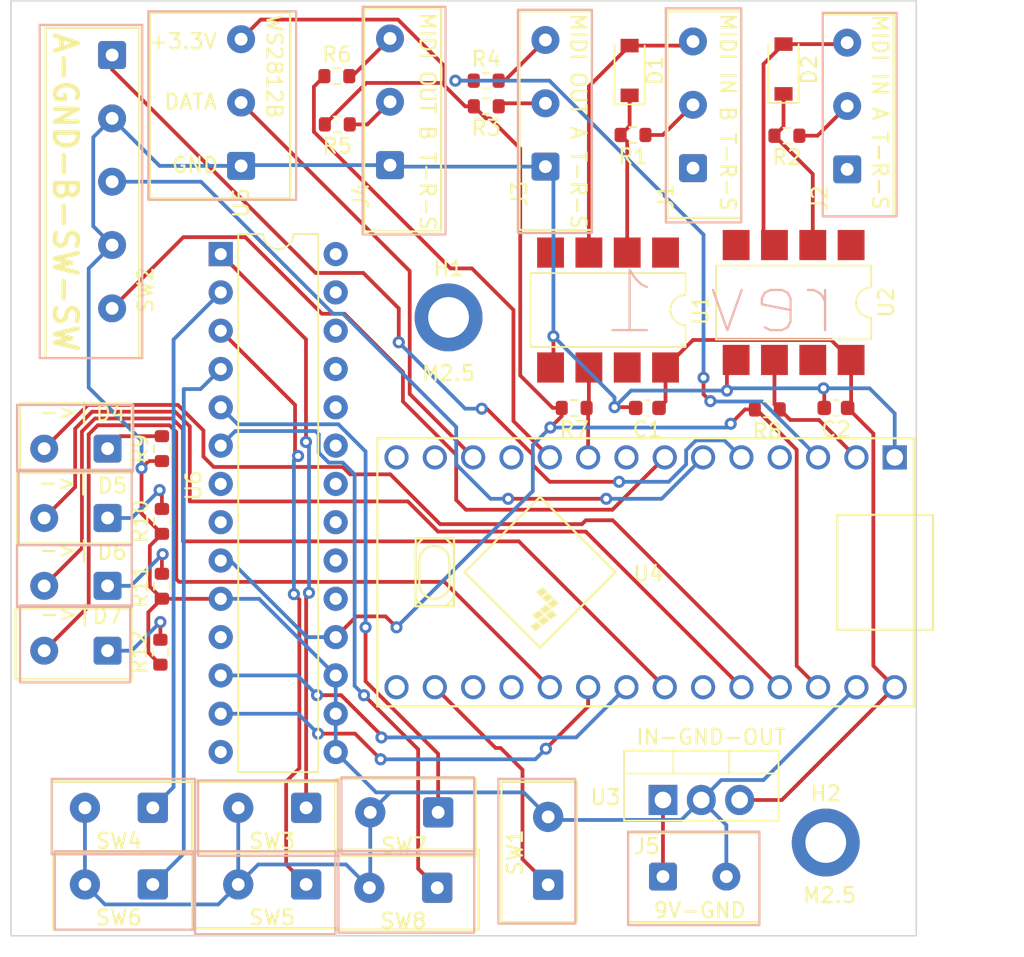
<source format=kicad_pcb>
(kicad_pcb (version 20211014) (generator pcbnew)
  (layers (0 "F.Cu" signal) (31 "B.Cu" signal) (34 "B.Paste" user) (35 "F.Paste" user) (36 "B.SilkS" user "B.Silkscreen") (37 "F.SilkS" user "F.Silkscreen") (38 "B.Mask" user) (39 "F.Mask" user) (44 "Edge.Cuts" user))
  (net 0 "")
  (net 1 "+5V")
  (net 2 "GND")
  (net 3 "Net-(D1-Pad1)")
  (net 4 "Net-(D1-Pad2)")
  (net 5 "Net-(D2-Pad1)")
  (net 6 "Net-(D2-Pad2)")
  (net 7 "+3V3")
  (net 8 "Net-(R4-Pad1)")
  (net 9 "Net-(R8-Pad1)")
  (net 10 "Net-(D4-Pad1)")
  (net 11 "Net-(D5-Pad1)")
  (net 12 "Net-(D6-Pad1)")
  (net 13 "Net-(D7-Pad1)")
  (net 16 "Net-(SW1-Pad1)")
  (net 19 "Net-(D7-Pad2)")
  (net 20 "Net-(D6-Pad2)")
  (net 21 "Net-(U4-Pad25)")
  (net 22 "Net-(U4-Pad26)")
  (net 24 "Net-(D5-Pad2)")
  (net 25 "Net-(D4-Pad2)")
  (net 28 "Net-(R6-Pad1)")
  (net 29 "Net-(R7-Pad1)")
  (net 30 "Net-(SW2-Pad1)")
  (net 31 "Net-(SW2-Pad3)")
  (net 37 "Net-(U4-Pad12)")
  (net 38 "Net-(J1-Pad2)")
  (net 39 "Net-(J2-Pad2)")
  (net 40 "Net-(J3-Pad2)")
  (net 41 "Net-(J3-Pad3)")
  (net 42 "Net-(J4-Pad2)")
  (net 43 "Net-(J4-Pad3)")
  (net 48 "Net-(J5-Pad1)")
  (net 49 "Net-(SW2-Pad5)")
  (net 50 "Net-(SW3-Pad1)")
  (net 51 "Net-(SW4-Pad1)")
  (net 52 "Net-(SW5-Pad1)")
  (net 53 "Net-(SW6-Pad1)")
  (net 69 "Net-(SW7-Pad1)")
  (net 70 "Net-(SW8-Pad1)")
  (footprint "Resistor_SMD:R_0603_1608Metric" (layer "F.Cu") (at 215.495 56.3)
    (fp_text reference "R4")
    (fp_text value "47")
  )
  (footprint "MountingHole:MountingHole_2.7mm_M2.5_ISO14580_Pad" (layer "F.Cu") (at 238 106.82)
    (fp_text reference "H2")
    (fp_text value "MountingHole")
  )
  (footprint "MountingHole:MountingHole_2.7mm_M2.5_ISO14580_Pad" (layer "F.Cu") (at 213 72)
    (fp_text reference "H1")
    (fp_text value "MountingHole")
  )
  (footprint "Connector_Wire:SolderWire-0.25sqmm_1x03_P4.2mm_D0.65mm_OD1.7mm" (layer "F.Cu") (at 209.12 61.9 90)
    (fp_text reference "J4")
    (fp_text value "MIDI OUT B")
  )
  (footprint "Resistor_SMD:R_0603_1608Metric" (layer "F.Cu") (at 194 85.525 90)
    (fp_text reference "R10")
    (fp_text value "330")
  )
  (footprint "Resistor_SMD:R_0603_1608Metric" (layer "F.Cu") (at 194 80.7 90)
    (fp_text reference "R9")
    (fp_text value "330")
  )
  (footprint "Diode_SMD:D_SOD-123" (layer "F.Cu") (at 225 55.625 90)
    (fp_text reference "D1")
    (fp_text value "1N4148")
  )
  (footprint "Resistor_SMD:R_0603_1608Metric" (layer "F.Cu") (at 234.125 78.1 180)
    (fp_text reference "R8")
    (fp_text value "470")
  )
  (footprint "Connector_Wire:SolderWire-0.25sqmm_1x03_P4.2mm_D0.65mm_OD1.7mm" (layer "F.Cu") (at 219.42 62 90)
    (fp_text reference "J3")
    (fp_text value "MIDI OUT A")
  )
  (footprint "Resistor_SMD:R_0603_1608Metric" (layer "F.Cu") (at 225.225 59.9 180)
    (fp_text reference "R1")
    (fp_text value "220")
  )
  (footprint "Resistor_SMD:R_0603_1608Metric" (layer "F.Cu") (at 205.625 59.2 180)
    (fp_text reference "R5")
    (fp_text value "47")
  )
  (footprint "Resistor_SMD:R_0603_1608Metric" (layer "F.Cu") (at 205.595 56)
    (fp_text reference "R6")
    (fp_text value "47")
  )
  (footprint "Connector_Wire:SolderWire-0.25sqmm_1x03_P4.2mm_D0.65mm_OD1.7mm" (layer "F.Cu") (at 229.2 62.1 90)
    (fp_text reference "J1")
    (fp_text value "MIDI IN B")
  )
  (footprint "clarinoid2:Teensy_LC" (layer "F.Cu") (at 226.06 88.9 180)
    (fp_text reference "U4")
    (fp_text value "Teensy-LC")
  )
  (footprint "Connector_Wire:SolderWire-0.25sqmm_1x03_P4.2mm_D0.65mm_OD1.7mm" (layer "F.Cu") (at 239.42 62.18 90)
    (fp_text reference "J2")
    (fp_text value "MIDI IN A")
  )
  (footprint "Resistor_SMD:R_0603_1608Metric" (layer "F.Cu") (at 235.425 59.95 180)
    (fp_text reference "R2")
    (fp_text value "220")
  )
  (footprint "Connector_Wire:SolderWire-0.25sqmm_1x02_P4.5mm_D0.65mm_OD2mm" (layer "F.Cu") (at 219.6 109.62 90)
    (fp_text reference "SW1")
    (fp_text value "SW_Push_SPDT")
  )
  (footprint "Connector_Wire:SolderWire-0.25sqmm_1x02_P4.2mm_D0.65mm_OD1.7mm" (layer "F.Cu") (at 190.4 80.7 180)
    (fp_text reference "D4")
    (fp_text value "LED_TX_A")
  )
  (footprint "Capacitor_SMD:C_0603_1608Metric" (layer "F.Cu") (at 226.175 78 180)
    (fp_text reference "C1")
    (fp_text value "0.1uF")
  )
  (footprint "Connector_Wire:SolderWire-0.25sqmm_1x02_P4.5mm_D0.65mm_OD2mm" (layer "F.Cu") (at 212.25 109.82 180)
    (fp_text reference "SW8")
    (fp_text value "SW_Push_SPDT")
  )
  (footprint "Package_DIP:SMDIP-8_W7.62mm" (layer "F.Cu") (at 235.87 71.01 -90)
    (fp_text reference "U2")
    (fp_text value "6N138")
  )
  (footprint "Connector_Wire:SolderWire-0.25sqmm_1x02_P4.5mm_D0.65mm_OD2mm" (layer "F.Cu") (at 203.56 104.52 180)
    (fp_text reference "SW3")
    (fp_text value "SW_Push_SPDT")
  )
  (footprint "Resistor_SMD:R_0603_1608Metric" (layer "F.Cu") (at 215.5 58 180)
    (fp_text reference "R3")
    (fp_text value "47")
  )
  (footprint "Diode_SMD:D_SOD-123" (layer "F.Cu") (at 235.2 55.525 90)
    (fp_text reference "D2")
    (fp_text value "1N4148")
  )
  (footprint "Connector_Wire:SolderWire-0.25sqmm_1x02_P4.5mm_D0.65mm_OD2mm" (layer "F.Cu") (at 212.31 104.82 180)
    (fp_text reference "SW7")
    (fp_text value "SW_Push_SPDT")
  )
  (footprint "Connector_Wire:SolderWire-0.25sqmm_1x02_P4.2mm_D0.65mm_OD1.7mm" (layer "F.Cu") (at 190.4 85.3 180)
    (fp_text reference "D5")
    (fp_text value "LED_TX_A")
  )
  (footprint "Connector_Wire:SolderWire-0.25sqmm_1x02_P4.2mm_D0.65mm_OD1.7mm" (layer "F.Cu") (at 190.4 89.8 180)
    (fp_text reference "D6")
    (fp_text value "LED_TX_A")
  )
  (footprint "Package_TO_SOT_THT:TO-220-3_Vertical" (layer "F.Cu") (at 227.21 104)
    (fp_text reference "U3")
    (fp_text value "L7805")
  )
  (footprint "Resistor_SMD:R_0603_1608Metric" (layer "F.Cu") (at 193.9 94.2 90)
    (fp_text reference "R12")
    (fp_text value "330")
  )
  (footprint "Capacitor_SMD:C_0603_1608Metric" (layer "F.Cu") (at 238.675 78 180)
    (fp_text reference "C2")
    (fp_text value "0.1uF")
  )
  (footprint "Connector_Wire:SolderWire-0.25sqmm_1x02_P4.5mm_D0.65mm_OD2mm" (layer "F.Cu") (at 193.4 104.52 180)
    (fp_text reference "SW4")
    (fp_text value "SW_Push_SPDT")
  )
  (footprint "Resistor_SMD:R_0603_1608Metric" (layer "F.Cu") (at 194 89.825 90)
    (fp_text reference "R11")
    (fp_text value "330")
  )
  (footprint "Connector_Wire:SolderWire-0.25sqmm_1x05_P4.2mm_D0.65mm_OD1.7mm" (layer "F.Cu") (at 190.7 54.6 -90)
    (fp_text reference "SW2")
    (fp_text value "RotaryEncoder_Switch")
  )
  (footprint "Connector_Wire:SolderWire-0.25sqmm_1x02_P4.5mm_D0.65mm_OD2mm" (layer "F.Cu") (at 203.56 109.6 180)
    (fp_text reference "SW5")
    (fp_text value "SW_Push_SPDT")
  )
  (footprint "Resistor_SMD:R_0603_1608Metric" (layer "F.Cu") (at 221.325 78 180)
    (fp_text reference "R7")
    (fp_text value "470")
  )
  (footprint "Connector_Wire:SolderWire-0.25sqmm_1x03_P4.2mm_D0.65mm_OD1.7mm" (layer "F.Cu") (at 199.25 61.95 90)
    (fp_text reference "U5")
    (fp_text value "WS2812")
  )
  (footprint "Connector_Wire:SolderWire-0.25sqmm_1x02_P4.2mm_D0.65mm_OD1.7mm" (layer "F.Cu") (at 190.4 94.1 180)
    (fp_text reference "D7")
    (fp_text value "LED_TX_A")
  )
  (footprint "Connector_Wire:SolderWire-0.25sqmm_1x02_P4.2mm_D0.65mm_OD1.7mm" (layer "F.Cu") (at 227.21 109.08)
    (fp_text reference "J5")
    (fp_text value "Barrel_Jack")
  )
  (footprint "Connector_Wire:SolderWire-0.25sqmm_1x02_P4.5mm_D0.65mm_OD2mm" (layer "F.Cu") (at 193.4 109.6 180)
    (fp_text reference "SW6")
    (fp_text value "SW_Push_SPDT")
  )
  (footprint "Package_DIP:DIP-28_W7.62mm" (layer "F.Cu") (at 197.9 67.8)
    (fp_text reference "U6")
    (fp_text value "MCP23017_SP")
  )
  (footprint "Package_DIP:SMDIP-8_W7.62mm" (layer "F.Cu") (at 223.57 71.51 -90)
    (fp_text reference "U1")
    (fp_text value "6N138")
  )
  (gr_rect (start 205.9 102.5) (end 214.7 107.6) (layer "B.SilkS") (width 0.15) (fill none))
  (gr_rect (start 216.3 102.6) (end 221.4 112.2) (layer "B.SilkS") (width 0.15) (fill none))
  (gr_rect (start 184.6 91.1) (end 191.9 96.2) (layer "B.SilkS") (width 0.15) (fill none))
  (gr_rect (start 184.5 82.1) (end 192 87.1) (layer "B.SilkS") (width 0.15) (fill none))
  (gr_rect (start 186.7 102.6) (end 196.2 107.6) (layer "B.SilkS") (width 0.15) (fill none))
  (gr_rect (start 184.4 77.8) (end 192.1 82.2) (layer "B.SilkS") (width 0.15) (fill none))
  (gr_rect (start 193.1 51.7) (end 202.9 64.2) (layer "B.SilkS") (width 0.15) (fill none))
  (gr_rect (start 207.3 51.4) (end 212.8 66.5) (layer "B.SilkS") (width 0.15) (fill none))
  (gr_rect (start 224.9 106.1) (end 233.6 112.3) (layer "B.SilkS") (width 0.15) (fill none))
  (gr_rect (start 196.4 102.7) (end 205.7 107.7) (layer "B.SilkS") (width 0.15) (fill none))
  (gr_rect (start 185.9 52.6) (end 192.7 74.7) (layer "B.SilkS") (width 0.15) (fill none))
  (gr_rect (start 205.7 107.4) (end 214.7 112.8) (layer "B.SilkS") (width 0.15) (fill none))
  (gr_rect (start 186.9 107.4) (end 196.1 112.6) (layer "B.SilkS") (width 0.15) (fill none))
  (gr_rect (start 217.6 51.6) (end 222.5 66.4) (layer "B.SilkS") (width 0.15) (fill none))
  (gr_rect (start 227.4 51.5) (end 232.4 65.7) (layer "B.SilkS") (width 0.15) (fill none))
  (gr_rect (start 237.8 51.8) (end 242.7 65.3) (layer "B.SilkS") (width 0.15) (fill none))
  (gr_rect (start 192 87.1) (end 184.4 91.2) (layer "B.SilkS") (width 0.15) (fill none))
  (gr_rect (start 196.2 107.4) (end 205.5 112.9) (layer "B.SilkS") (width 0.15) (fill none))
  (gr_rect (start 227.5 51.7) (end 232.4 65.4) (layer "F.SilkS") (width 0.15) (fill none))
  (gr_rect (start 205.5 107.3) (end 215 112.6) (layer "F.SilkS") (width 0.15) (fill none))
  (gr_rect (start 205.5 102.6) (end 214.8 107.7) (layer "F.SilkS") (width 0.15) (fill none))
  (gr_rect (start 186.8 107.5) (end 196.1 112.6) (layer "F.SilkS") (width 0.15) (fill none))
  (gr_rect (start 207.4 51.5) (end 212.5 66.3) (layer "F.SilkS") (width 0.15) (fill none))
  (gr_rect (start 184.6 77.7) (end 192 82.3) (layer "F.SilkS") (width 0.15) (fill none))
  (gr_rect (start 184.3 96) (end 192 91.3) (layer "F.SilkS") (width 0.15) (fill none))
  (gr_rect (start 196 102.8) (end 205.7 107.5) (layer "F.SilkS") (width 0.15) (fill none))
  (gr_rect (start 237.8 51.9) (end 242.5 65.3) (layer "F.SilkS") (width 0.15) (fill none))
  (gr_rect (start 184.4 87) (end 192 82.3) (layer "F.SilkS") (width 0.15) (fill none))
  (gr_rect (start 217.7 51.7) (end 222.5 66.2) (layer "F.SilkS") (width 0.15) (fill none))
  (gr_rect (start 216.5 102.8) (end 221.5 112.1) (layer "F.SilkS") (width 0.15) (fill none))
  (gr_rect (start 184.4 91.3) (end 192 87) (layer "F.SilkS") (width 0.15) (fill none))
  (gr_rect (start 193.2 51.8) (end 202.5 64.1) (layer "F.SilkS") (width 0.15) (fill none))
  (gr_rect (start 186.3 52.8) (end 192.5 74.7) (layer "F.SilkS") (width 0.15) (fill none))
  (gr_rect (start 224.9 106.2) (end 233.6 112.1) (layer "F.SilkS") (width 0.15) (fill none))
  (gr_rect (start 186.7 102.8) (end 196 107.5) (layer "F.SilkS") (width 0.15) (fill none))
  (gr_rect (start 196 107.4) (end 205.7 112.5) (layer "F.SilkS") (width 0.15) (fill none))
  (gr_rect (start 184 51) (end 244 113) (layer "Edge.Cuts") (width 0.1) (fill none))
  (gr_text "rev 1" (at 231 71) (layer "B.SilkS") (effects (font (size 4 4)) (justify mirror)))
  (gr_text "M2.5" (at 213 75.7) (layer "F.SilkS") (effects (font (size 1 1))))
  (gr_text "9V-GND" (at 229.65 111.32) (layer "F.SilkS") (effects (font (size 1 1))))
  (gr_text "|<-" (at 187.6 78.4 180) (layer "F.SilkS") (effects (font (size 1 1))))
  (gr_text "MIDI IN A T-R-S" (at 241.6 58.4 270) (layer "F.SilkS") (effects (font (size 1 1))))
  (gr_text "GND" (at 196.2 61.9) (layer "F.SilkS") (effects (font (size 1 1))))
  (gr_text "WS2812B" (at 201.45 55.35 270) (layer "F.SilkS") (effects (font (size 1 1))))
  (gr_text "DATA" (at 195.9 57.7) (layer "F.SilkS") (effects (font (size 1 1))))
  (gr_text "|<-" (at 187.55 83.1 180) (layer "F.SilkS") (effects (font (size 1 1))))
  (gr_text "+3.3V" (at 195.4 53.7) (layer "F.SilkS") (effects (font (size 1 1))))
  (gr_text "IN-GND-OUT" (at 230.4 99.82) (layer "F.SilkS") (effects (font (size 1 1))))
  (gr_text "|<-" (at 187.6 87.56 180) (layer "F.SilkS") (effects (font (size 1 1))))
  (gr_text "MIDI IN B T-R-S" (at 231.5 58.4 270) (layer "F.SilkS") (effects (font (size 1 1))))
  (gr_text "MIDI OUT B T-R-S" (at 211.6 59 270) (layer "F.SilkS") (effects (font (size 1 1))))
  (gr_text "A-GND-B-SW-SW" (at 187.6 63.7 270) (layer "F.SilkS") (effects (font (size 1.5 1.5) (thickness 0.3))))
  (gr_text "MIDI OUT A T-R-S" (at 221.6 59 270) (layer "F.SilkS") (effects (font (size 1 1))))
  (gr_text "|<-" (at 187.65 91.8 180) (layer "F.SilkS") (effects (font (size 1 1))))
  (gr_text "M2.5" (at 238.25 110.32) (layer "F.SilkS") (effects (font (size 1 1))))
  (segment (start 241.154511 79.704511) (end 241.154511 95.104511) (width 0.25) (layer "F.Cu") (net 1))
  (segment (start 239.68 77.77) (end 239.45 78) (width 0.25) (layer "F.Cu") (net 1))
  (segment (start 242.57 96.52) (end 235.09 104) (width 0.25) (layer "F.Cu") (net 1))
  (segment (start 227.38 75.32) (end 227.38 77.57) (width 0.25) (layer "F.Cu") (net 1))
  (segment (start 235.09 104) (end 232.29 104) (width 0.25) (layer "F.Cu") (net 1))
  (segment (start 227.38 77.57) (end 226.95 78) (width 0.25) (layer "F.Cu") (net 1))
  (segment (start 241.154511 95.104511) (end 242.57 96.52) (width 0.25) (layer "F.Cu") (net 1))
  (segment (start 229.204511 73.495489) (end 227.38 75.32) (width 0.25) (layer "F.Cu") (net 1))
  (segment (start 239.45 78) (end 241.154511 79.704511) (width 0.25) (layer "F.Cu") (net 1))
  (segment (start 239.68 74.82) (end 238.355489 73.495489) (width 0.25) (layer "F.Cu") (net 1))
  (segment (start 238.355489 73.495489) (end 229.204511 73.495489) (width 0.25) (layer "F.Cu") (net 1))
  (segment (start 239.68 74.82) (end 239.68 77.77) (width 0.25) (layer "F.Cu") (net 1))
  (segment (start 193.125 81.525) (end 192.65 82) (width 0.25) (layer "F.Cu") (net 2))
  (segment (start 193.20048 89.85048) (end 194 90.65) (width 0.25) (layer "F.Cu") (net 2))
  (segment (start 193.20048 87.14952) (end 193.20048 89.85048) (width 0.25) (layer "F.Cu") (net 2))
  (segment (start 219.95 73.25) (end 219.95 75.13) (width 0.25) (layer "F.Cu") (net 2))
  (segment (start 194.01 90.66) (end 194 90.65) (width 0.25) (layer "F.Cu") (net 2))
  (segment (start 232.1 74.78) (end 232.06 74.82) (width 0.25) (layer "F.Cu") (net 2))
  (segment (start 224 77.95) (end 225.35 77.95) (width 0.25) (layer "F.Cu") (net 2))
  (segment (start 225.35 77.95) (end 225.4 78) (width 0.25) (layer "F.Cu") (net 2))
  (segment (start 194 81.525) (end 193.125 81.525) (width 0.25) (layer "F.Cu") (net 2))
  (segment (start 193.10048 91.54952) (end 193.10048 94.22548) (width 0.25) (layer "F.Cu") (net 2))
  (segment (start 231.45 75.43) (end 232.06 74.82) (width 0.25) (layer "F.Cu") (net 2))
  (segment (start 231.45 76.85) (end 231.45 75.43) (width 0.25) (layer "F.Cu") (net 2))
  (segment (start 197.9 90.66) (end 194.01 90.66) (width 0.25) (layer "F.Cu") (net 2))
  (segment (start 237.9 76.75) (end 237.85 76.7) (width 0.25) (layer "F.Cu") (net 2))
  (segment (start 194 90.65) (end 193.10048 91.54952) (width 0.25) (layer "F.Cu") (net 2))
  (segment (start 194 86.35) (end 193.20048 87.14952) (width 0.25) (layer "F.Cu") (net 2))
  (segment (start 193.10048 94.22548) (end 193.9 95.025) (width 0.25) (layer "F.Cu") (net 2))
  (segment (start 192.65 82) (end 192.65 85) (width 0.25) (layer "F.Cu") (net 2))
  (segment (start 192.65 85) (end 194 86.35) (width 0.25) (layer "F.Cu") (net 2))
  (segment (start 219.95 75.13) (end 219.76 75.32) (width 0.25) (layer "F.Cu") (net 2))
  (segment (start 237.9 78) (end 237.9 76.75) (width 0.25) (layer "F.Cu") (net 2))
  (via (at 237.85 76.7) (size 0.8) (drill 0.4) (layers "F.Cu" "B.Cu") (net 2))
  (via (at 231.45 76.85) (size 0.8) (drill 0.4) (layers "F.Cu" "B.Cu") (net 2))
  (via (at 224 77.95) (size 0.8) (drill 0.4) (layers "F.Cu" "B.Cu") (net 2))
  (via (at 219.95 73.25) (size 0.8) (drill 0.4) (layers "F.Cu" "B.Cu") (net 2))
  (via (at 192.65 82) (size 0.8) (drill 0.4) (layers "F.Cu" "B.Cu") (net 2))
  (segment (start 219.95 73.25) (end 219.95 62.53) (width 0.25) (layer "B.Cu") (net 2))
  (segment (start 199.25 61.95) (end 193.85 61.95) (width 0.25) (layer "B.Cu") (net 2))
  (segment (start 205.52 95.74) (end 205.52 98.28) (width 0.25) (layer "B.Cu") (net 2))
  (segment (start 189.15 68.75) (end 189.15 76.65) (width 0.25) (layer "B.Cu") (net 2))
  (segment (start 219.95 73.25) (end 224 77.3) (width 0.25) (layer "B.Cu") (net 2))
  (segment (start 197.73548 110.92452) (end 190.22452 110.92452) (width 0.25) (layer "B.Cu") (net 2))
  (segment (start 190.7 67.2) (end 189.15 68.75) (width 0.25) (layer "B.Cu") (net 2))
  (segment (start 205.52 100.82) (end 208.19548 103.49548) (width 0.25) (layer "B.Cu") (net 2))
  (segment (start 189.450489 65.950489) (end 189.450489 60.049511) (width 0.25) (layer "B.Cu") (net 2))
  (segment (start 237.85 76.7) (end 240.9 76.7) (width 0.25) (layer "B.Cu") (net 2))
  (segment (start 231.41 105.66) (end 229.75 104) (width 0.25) (layer "B.Cu") (net 2))
  (segment (start 240.03 96.52) (end 233.87452 102.67548) (width 0.25) (layer "B.Cu") (net 2))
  (segment (start 207.81 109.76) (end 207.75 109.82) (width 0.25) (layer "B.Cu") (net 2))
  (segment (start 208.19548 103.49548) (end 209.13452 103.49548) (width 0.25) (layer "B.Cu") (net 2))
  (segment (start 199.06 104.52) (end 199.06 109.6) (width 0.25) (layer "B.Cu") (net 2))
  (segment (start 228.425489 105.324511) (end 219.804511 105.324511) (width 0.25) (layer "B.Cu") (net 2))
  (segment (start 219.95 62.53) (end 219.42 62) (width 0.25) (layer "B.Cu") (net 2))
  (segment (start 190.22452 110.92452) (end 188.9 109.6) (width 0.25) (layer "B.Cu") (net 2))
  (segment (start 231.45 76.85) (end 225.1 76.85) (width 0.25) (layer "B.Cu") (net 2))
  (segment (start 231.07452 102.67548) (end 229.75 104) (width 0.25) (layer "B.Cu") (net 2))
  (segment (start 217.97548 103.49548) (end 209.13452 103.49548) (width 0.25) (layer "B.Cu") (net 2))
  (segment (start 197.9 90.66) (end 200.44 90.66) (width 0.25) (layer "B.Cu") (net 2))
  (segment (start 205.52 98.28) (end 205.52 100.82) (width 0.25) (layer "B.Cu") (net 2))
  (segment (start 219.804511 105.324511) (end 219.6 105.12) (width 0.25) (layer "B.Cu") (net 2))
  (segment (start 209.12 61.9) (end 199.3 61.9) (width 0.25) (layer "B.Cu") (net 2))
  (segment (start 189.450489 60.049511) (end 190.7 58.8) (width 0.25) (layer "B.Cu") (net 2))
  (segment (start 209.22 62) (end 209.12 61.9) (width 0.25) (layer "B.Cu") (net 2))
  (segment (start 192.65 80.15) (end 192.65 82) (width 0.25) (layer "B.Cu") (net 2))
  (segment (start 240.9 76.7) (end 242.57 78.37) (width 0.25) (layer "B.Cu") (net 2))
  (segment (start 190.7 67.2) (end 189.450489 65.950489) (width 0.25) (layer "B.Cu") (net 2))
  (segment (start 233.87452 102.67548) (end 231.07452 102.67548) (width 0.25) (layer "B.Cu") (net 2))
  (segment (start 193.85 61.95) (end 190.7 58.8) (width 0.25) (layer "B.Cu") (net 2))
  (segment (start 199.3 61.9) (end 199.25 61.95) (width 0.25) (layer "B.Cu") (net 2))
  (segment (start 199.06 109.6) (end 197.73548 110.92452) (width 0.25) (layer "B.Cu") (net 2))
  (segment (start 200.44 90.66) (end 205.52 95.74) (width 0.25) (layer "B.Cu") (net 2))
  (segment (start 225.1 76.85) (end 224 77.95) (width 0.25) (layer "B.Cu") (net 2))
  (segment (start 209.13452 103.49548) (end 207.81 104.82) (width 0.25) (layer "B.Cu") (net 2))
  (segment (start 206.20548 108.27548) (end 200.38452 108.27548) (width 0.25) (layer "B.Cu") (net 2))
  (segment (start 207.81 104.82) (end 207.81 109.76) (width 0.25) (layer "B.Cu") (net 2))
  (segment (start 188.9 109.6) (end 188.9 104.52) (width 0.25) (layer "B.Cu") (net 2))
  (segment (start 219.6 105.12) (end 217.97548 103.49548) (width 0.25) (layer "B.Cu") (net 2))
  (segment (start 224 77.3) (end 224 77.95) (width 0.25) (layer "B.Cu") (net 2))
  (segment (start 200.38452 108.27548) (end 199.06 109.6) (width 0.25) (layer "B.Cu") (net 2))
  (segment (start 237.85 76.7) (end 231.6 76.7) (width 0.25) (layer "B.Cu") (net 2))
  (segment (start 189.15 76.65) (end 192.65 80.15) (width 0.25) (layer "B.Cu") (net 2))
  (segment (start 207.75 109.82) (end 206.20548 108.27548) (width 0.25) (layer "B.Cu") (net 2))
  (segment (start 242.57 78.37) (end 242.57 81.28) (width 0.25) (layer "B.Cu") (net 2))
  (segment (start 231.41 109.08) (end 231.41 105.66) (width 0.25) (layer "B.Cu") (net 2))
  (segment (start 229.75 104) (end 228.425489 105.324511) (width 0.25) (layer "B.Cu") (net 2))
  (segment (start 219.42 62) (end 209.22 62) (width 0.25) (layer "B.Cu") (net 2))
  (segment (start 231.6 76.7) (end 231.45 76.85) (width 0.25) (layer "B.Cu") (net 2))
  (segment (start 224.84 60.34) (end 224.84 67.7) (width 0.25) (layer "F.Cu") (net 3))
  (segment (start 225 59.3) (end 224.4 59.9) (width 0.25) (layer "F.Cu") (net 3))
  (segment (start 225 57.275) (end 225 59.3) (width 0.25) (layer "F.Cu") (net 3))
  (segment (start 224.4 59.9) (end 224.84 60.34) (width 0.25) (layer "F.Cu") (net 3))
  (segment (start 228.925 53.975) (end 229.2 53.7) (width 0.25) (layer "F.Cu") (net 4))
  (segment (start 222.3 56.675) (end 222.3 67.7) (width 0.25) (layer "F.Cu") (net 4))
  (segment (start 225 53.975) (end 222.3 56.675) (width 0.25) (layer "F.Cu") (net 4))
  (segment (start 225 53.975) (end 228.925 53.975) (width 0.25) (layer "F.Cu") (net 4))
  (segment (start 234.6 59.95) (end 237.14 62.49) (width 0.25) (layer "F.Cu") (net 5))
  (segment (start 235.2 57.175) (end 235.2 59.35) (width 0.25) (layer "F.Cu") (net 5))
  (segment (start 237.14 62.49) (end 237.14 67.2) (width 0.25) (layer "F.Cu") (net 5))
  (segment (start 235.2 59.35) (end 234.6 59.95) (width 0.25) (layer "F.Cu") (net 5))
  (segment (start 235.2 53.875) (end 233.87548 55.19952) (width 0.25) (layer "F.Cu") (net 6))
  (segment (start 239.325 53.875) (end 239.42 53.78) (width 0.25) (layer "F.Cu") (net 6))
  (segment (start 233.87548 55.19952) (end 233.87548 66.47548) (width 0.25) (layer "F.Cu") (net 6))
  (segment (start 233.87548 66.47548) (end 234.6 67.2) (width 0.25) (layer "F.Cu") (net 6))
  (segment (start 235.2 53.875) (end 239.325 53.875) (width 0.25) (layer "F.Cu") (net 6))
  (segment (start 207.549511 56.450489) (end 212.651467 56.450489) (width 0.25) (layer "F.Cu") (net 7))
  (segment (start 199.25 53.55) (end 200.549511 52.250489) (width 0.25) (layer "F.Cu") (net 7))
  (segment (start 209.650489 52.250489) (end 212.725489 55.325489) (width 0.25) (layer "F.Cu") (net 7))
  (segment (start 204.8 59.2) (end 207.549511 56.450489) (width 0.25) (layer "F.Cu") (net 7))
  (segment (start 217.75 75.849022) (end 219.900978 78) (width 0.25) (layer "F.Cu") (net 7))
  (segment (start 200.549511 52.250489) (end 209.650489 52.250489) (width 0.25) (layer "F.Cu") (net 7))
  (segment (start 219.900978 78) (end 220.5 78) (width 0.25) (layer "F.Cu") (net 7))
  (segment (start 236.074511 80.774511) (end 233.4 78.1) (width 0.25) (layer "F.Cu") (net 7))
  (segment (start 236.074511 95.104511) (end 236.074511 80.774511) (width 0.25) (layer "F.Cu") (net 7))
  (segment (start 214.1 58) (end 214.675 58) (width 0.25) (layer "F.Cu") (net 7))
  (segment (start 212.725489 56.625489) (end 214.1 58) (width 0.25) (layer "F.Cu") (net 7))
  (segment (start 215.47452 58.79952) (end 215.74952 58.79952) (width 0.25) (layer "F.Cu") (net 7))
  (segment (start 232.65 78.1) (end 231.7 79.05) (width 0.25) (layer "F.Cu") (net 7))
  (segment (start 217.75 60.8) (end 217.75 75.849022) (width 0.25) (layer "F.Cu") (net 7))
  (segment (start 220.5 78) (end 220.5 78.55) (width 0.25) (layer "F.Cu") (net 7))
  (segment (start 212.651467 56.450489) (end 212.725489 56.524511) (width 0.25) (layer "F.Cu") (net 7))
  (segment (start 212.725489 55.325489) (end 212.725489 56.524511) (width 0.25) (layer "F.Cu") (net 7))
  (segment (start 233.4 78.1) (end 233.3 78.1) (width 0.25) (layer "F.Cu") (net 7))
  (segment (start 214.675 58) (end 215.47452 58.79952) (width 0.25) (layer "F.Cu") (net 7))
  (segment (start 212.725489 56.524511) (end 212.725489 56.625489) (width 0.25) (layer "F.Cu") (net 7))
  (segment (start 206.894511 91.825489) (end 205.52 93.2) (width 0.25) (layer "F.Cu") (net 7))
  (segment (start 215.74952 58.79952) (end 217.75 60.8) (width 0.25) (layer "F.Cu") (net 7))
  (segment (start 208.825489 91.825489) (end 206.894511 91.825489) (width 0.25) (layer "F.Cu") (net 7))
  (segment (start 209.55 92.55) (end 208.825489 91.825489) (width 0.25) (layer "F.Cu") (net 7))
  (segment (start 220.5 78.55) (end 219.75 79.3) (width 0.25) (layer "F.Cu") (net 7))
  (segment (start 233.3 78.1) (end 232.65 78.1) (width 0.25) (layer "F.Cu") (net 7))
  (segment (start 237.49 96.52) (end 236.074511 95.104511) (width 0.25) (layer "F.Cu") (net 7))
  (via (at 219.75 79.3) (size 0.8) (drill 0.4) (layers "F.Cu" "B.Cu") (net 7))
  (via (at 209.55 92.55) (size 0.8) (drill 0.4) (layers "F.Cu" "B.Cu") (net 7))
  (via (at 231.7 79.05) (size 0.8) (drill 0.4) (layers "F.Cu" "B.Cu") (net 7))
  (segment (start 231.45 79.3) (end 219.75 79.3) (width 0.25) (layer "B.Cu") (net 7))
  (segment (start 219.75 79.3) (end 218.585489 80.464511) (width 0.25) (layer "B.Cu") (net 7))
  (segment (start 231.7 79.05) (end 231.45 79.3) (width 0.25) (layer "B.Cu") (net 7))
  (segment (start 218.585489 80.464511) (end 218.585489 83.514511) (width 0.25) (layer "B.Cu") (net 7))
  (segment (start 203.615718 93.2) (end 198.535718 88.12) (width 0.25) (layer "B.Cu") (net 7))
  (segment (start 218.585489 83.514511) (end 209.55 92.55) (width 0.25) (layer "B.Cu") (net 7))
  (segment (start 198.535718 88.12) (end 197.9 88.12) (width 0.25) (layer "B.Cu") (net 7))
  (segment (start 205.52 93.2) (end 203.615718 93.2) (width 0.25) (layer "B.Cu") (net 7))
  (segment (start 214.67 56.3) (end 213.45 56.3) (width 0.25) (layer "F.Cu") (net 8))
  (segment (start 229.9 76) (end 229.9 77.1) (width 0.25) (layer "F.Cu") (net 8))
  (segment (start 229.9 77.1) (end 230.35 77.55) (width 0.25) (layer "F.Cu") (net 8))
  (via (at 213.45 56.3) (size 0.8) (drill 0.4) (layers "F.Cu" "B.Cu") (net 8))
  (via (at 229.9 76) (size 0.8) (drill 0.4) (layers "F.Cu" "B.Cu") (net 8))
  (via (at 230.35 77.55) (size 0.8) (drill 0.4) (layers "F.Cu" "B.Cu") (net 8))
  (segment (start 233.784511 77.574511) (end 237.49 81.28) (width 0.25) (layer "B.Cu") (net 8))
  (segment (start 230.374511 77.574511) (end 233.784511 77.574511) (width 0.25) (layer "B.Cu") (net 8))
  (segment (start 230.35 77.55) (end 230.374511 77.574511) (width 0.25) (layer "B.Cu") (net 8))
  (segment (start 219.687076 56.3) (end 229.9 66.512924) (width 0.25) (layer "B.Cu") (net 8))
  (segment (start 213.45 56.3) (end 219.687076 56.3) (width 0.25) (layer "B.Cu") (net 8))
  (segment (start 229.9 66.512924) (end 229.9 76) (width 0.25) (layer "B.Cu") (net 8))
  (segment (start 234.6 77.75) (end 234.6 74.82) (width 0.25) (layer "F.Cu") (net 9))
  (segment (start 234.95 78.1) (end 234.6 77.75) (width 0.25) (layer "F.Cu") (net 9))
  (segment (start 234.95 78.1) (end 235.64952 78.79952) (width 0.25) (layer "F.Cu") (net 9))
  (segment (start 237.54952 78.79952) (end 240.03 81.28) (width 0.25) (layer "F.Cu") (net 9))
  (segment (start 235.64952 78.79952) (end 237.54952 78.79952) (width 0.25) (layer "F.Cu") (net 9))
  (segment (start 191.225 79.875) (end 190.4 80.7) (width 0.25) (layer "F.Cu") (net 10))
  (segment (start 194 79.875) (end 191.225 79.875) (width 0.25) (layer "F.Cu") (net 10))
  (segment (start 194 83.6) (end 193.85 83.45) (width 0.25) (layer "F.Cu") (net 11))
  (segment (start 194 84.7) (end 194 83.6) (width 0.25) (layer "F.Cu") (net 11))
  (via (at 193.85 83.45) (size 0.8) (drill 0.4) (layers "F.Cu" "B.Cu") (net 11))
  (segment (start 193.85 83.45) (end 192 85.3) (width 0.25) (layer "B.Cu") (net 11))
  (segment (start 192 85.3) (end 190.4 85.3) (width 0.25) (layer "B.Cu") (net 11))
  (segment (start 194 87.75) (end 194.05 87.7) (width 0.25) (layer "F.Cu") (net 12))
  (segment (start 194 89) (end 194 87.75) (width 0.25) (layer "F.Cu") (net 12))
  (via (at 194.05 87.7) (size 0.8) (drill 0.4) (layers "F.Cu" "B.Cu") (net 12))
  (segment (start 194.05 87.7) (end 191.95 89.8) (width 0.25) (layer "B.Cu") (net 12))
  (segment (start 191.95 89.8) (end 190.4 89.8) (width 0.25) (layer "B.Cu") (net 12))
  (segment (start 193.9 93.375) (end 193.9 92.2) (width 0.25) (layer "F.Cu") (net 13))
  (via (at 193.9 92.2) (size 0.8) (drill 0.4) (layers "F.Cu" "B.Cu") (net 13))
  (segment (start 192 94.1) (end 190.4 94.1) (width 0.25) (layer "B.Cu") (net 13))
  (segment (start 193.9 92.2) (end 192 94.1) (width 0.25) (layer "B.Cu") (net 13))
  (segment (start 216.45 100.55) (end 216.12 100.55) (width 0.25) (layer "F.Cu") (net 16))
  (segment (start 217.9 102) (end 216.45 100.55) (width 0.25) (layer "F.Cu") (net 16))
  (segment (start 219.6 109.62) (end 217.9 107.92) (width 0.25) (layer "F.Cu") (net 16))
  (segment (start 217.9 107.92) (end 217.9 102) (width 0.25) (layer "F.Cu") (net 16))
  (segment (start 216.12 100.55) (end 212.09 96.52) (width 0.25) (layer "F.Cu") (net 16))
  (segment (start 195.135489 89.535489) (end 212.725489 89.535489) (width 0.25) (layer "F.Cu") (net 19))
  (segment (start 194.95 89.35) (end 195.135489 89.535489) (width 0.25) (layer "F.Cu") (net 19))
  (segment (start 194.95 79.6) (end 194.95 89.35) (width 0.25) (layer "F.Cu") (net 19))
  (segment (start 212.725489 89.535489) (end 219.71 96.52) (width 0.25) (layer "F.Cu") (net 19))
  (segment (start 189.15048 79.74952) (end 189.74952 79.15048) (width 0.25) (layer "F.Cu") (net 19))
  (segment (start 189.15048 91.14952) (end 189.15048 79.74952) (width 0.25) (layer "F.Cu") (net 19))
  (segment (start 194.50048 79.15048) (end 194.95 79.6) (width 0.25) (layer "F.Cu") (net 19))
  (segment (start 189.74952 79.15048) (end 194.50048 79.15048) (width 0.25) (layer "F.Cu") (net 19))
  (segment (start 186.2 94.1) (end 189.15048 91.14952) (width 0.25) (layer "F.Cu") (net 19))
  (segment (start 195.4 79.414282) (end 195.4 86.85) (width 0.25) (layer "F.Cu") (net 20))
  (segment (start 195.4 86.85) (end 217.66 86.85) (width 0.25) (layer "F.Cu") (net 20))
  (segment (start 194.686678 78.70096) (end 195.4 79.414282) (width 0.25) (layer "F.Cu") (net 20))
  (segment (start 217.66 86.85) (end 227.33 96.52) (width 0.25) (layer "F.Cu") (net 20))
  (segment (start 189.563323 78.70096) (end 194.686678 78.70096) (width 0.25) (layer "F.Cu") (net 20))
  (segment (start 186.2 89.8) (end 188.70096 87.29904) (width 0.25) (layer "F.Cu") (net 20))
  (segment (start 188.70096 79.563322) (end 189.563323 78.70096) (width 0.25) (layer "F.Cu") (net 20))
  (segment (start 188.70096 87.29904) (end 188.70096 79.563322) (width 0.25) (layer "F.Cu") (net 20))
  (segment (start 204.35 99.6) (end 206.8 99.6) (width 0.25) (layer "F.Cu") (net 21))
  (segment (start 222.25 97.8) (end 222.25 96.52) (width 0.25) (layer "F.Cu") (net 21))
  (segment (start 219.45 100.6) (end 222.25 97.8) (width 0.25) (layer "F.Cu") (net 21))
  (segment (start 206.8 99.6) (end 208.5 101.3) (width 0.25) (layer "F.Cu") (net 21))
  (via (at 208.5 101.3) (size 0.8) (drill 0.4) (layers "F.Cu" "B.Cu") (net 21))
  (via (at 204.35 99.6) (size 0.8) (drill 0.4) (layers "F.Cu" "B.Cu") (net 21))
  (via (at 219.45 100.6) (size 0.8) (drill 0.4) (layers "F.Cu" "B.Cu") (net 21))
  (segment (start 203.03 98.28) (end 204.35 99.6) (width 0.25) (layer "B.Cu") (net 21))
  (segment (start 208.5 101.3) (end 218.75 101.3) (width 0.25) (layer "B.Cu") (net 21))
  (segment (start 218.75 101.3) (end 219.45 100.6) (width 0.25) (layer "B.Cu") (net 21))
  (segment (start 197.9 98.28) (end 203.03 98.28) (width 0.25) (layer "B.Cu") (net 21))
  (segment (start 204.2845 97.05) (end 205.8803 97.05) (width 0.25) (layer "F.Cu") (net 22))
  (segment (start 208.55 99.7197) (end 208.55 99.85) (width 0.25) (layer "F.Cu") (net 22))
  (segment (start 205.8803 97.05) (end 208.55 99.7197) (width 0.25) (layer "F.Cu") (net 22))
  (via (at 208.55 99.85) (size 0.8) (drill 0.4) (layers "F.Cu" "B.Cu") (net 22))
  (via (at 204.2845 97.05) (size 0.8) (drill 0.4) (layers "F.Cu" "B.Cu") (net 22))
  (segment (start 197.9 95.74) (end 202.9745 95.74) (width 0.25) (layer "B.Cu") (net 22))
  (segment (start 221.46 99.85) (end 224.79 96.52) (width 0.25) (layer "B.Cu") (net 22))
  (segment (start 208.55 99.85) (end 221.46 99.85) (width 0.25) (layer "B.Cu") (net 22))
  (segment (start 202.9745 95.74) (end 204.2845 97.05) (width 0.25) (layer "B.Cu") (net 22))
  (segment (start 195.85 79.228565) (end 195.85 84.2) (width 0.25) (layer "F.Cu") (net 24))
  (segment (start 212.3 86.2) (end 222.09 86.2) (width 0.25) (layer "F.Cu") (net 24))
  (segment (start 189.377126 78.25144) (end 194.872875 78.25144) (width 0.25) (layer "F.Cu") (net 24))
  (segment (start 222.09 86.2) (end 232.41 96.52) (width 0.25) (layer "F.Cu") (net 24))
  (segment (start 188.251441 79.377124) (end 189.377126 78.25144) (width 0.25) (layer "F.Cu") (net 24))
  (segment (start 210.3 84.2) (end 212.3 86.2) (width 0.25) (layer "F.Cu") (net 24))
  (segment (start 186.2 85.3) (end 188.251441 83.248559) (width 0.25) (layer "F.Cu") (net 24))
  (segment (start 195.85 84.2) (end 210.3 84.2) (width 0.25) (layer "F.Cu") (net 24))
  (segment (start 194.872875 78.25144) (end 195.85 79.228565) (width 0.25) (layer "F.Cu") (net 24))
  (segment (start 188.251441 83.248559) (end 188.251441 79.377124) (width 0.25) (layer "F.Cu") (net 24))
  (segment (start 205.985789 81.915489) (end 206.474811 82.404511) (width 0.25) (layer "F.Cu") (net 25))
  (segment (start 209.140229 82.404511) (end 212.442859 85.707141) (width 0.25) (layer "F.Cu") (net 25))
  (segment (start 196.75 81.231278) (end 197.434211 81.915489) (width 0.25) (layer "F.Cu") (net 25))
  (segment (start 222.1 85.45) (end 223.88 85.45) (width 0.25) (layer "F.Cu") (net 25))
  (segment (start 196.75 79.492848) (end 196.75 81.231278) (width 0.25) (layer "F.Cu") (net 25))
  (segment (start 186.2 80.7) (end 189.09808 77.80192) (width 0.25) (layer "F.Cu") (net 25))
  (segment (start 195.059072 77.80192) (end 196.75 79.492848) (width 0.25) (layer "F.Cu") (net 25))
  (segment (start 221.842859 85.707141) (end 222.1 85.45) (width 0.25) (layer "F.Cu") (net 25))
  (segment (start 212.442859 85.707141) (end 221.842859 85.707141) (width 0.25) (layer "F.Cu") (net 25))
  (segment (start 189.09808 77.80192) (end 195.059072 77.80192) (width 0.25) (layer "F.Cu") (net 25))
  (segment (start 223.88 85.45) (end 234.95 96.52) (width 0.25) (layer "F.Cu") (net 25))
  (segment (start 197.434211 81.915489) (end 205.985789 81.915489) (width 0.25) (layer "F.Cu") (net 25))
  (segment (start 206.474811 82.404511) (end 209.140229 82.404511) (width 0.25) (layer "F.Cu") (net 25))
  (segment (start 217.30048 71.50048) (end 217.30048 78.87048) (width 0.25) (layer "F.Cu") (net 28))
  (segment (start 204.07548 59.692263) (end 213.133217 68.75) (width 0.25) (layer "F.Cu") (net 28))
  (segment (start 213.133217 68.75) (end 214.55 68.75) (width 0.25) (layer "F.Cu") (net 28))
  (segment (start 214.55 68.75) (end 217.30048 71.50048) (width 0.25) (layer "F.Cu") (net 28))
  (segment (start 217.30048 78.87048) (end 219.71 81.28) (width 0.25) (layer "F.Cu") (net 28))
  (segment (start 204.77 56) (end 204.07548 56.69452) (width 0.25) (layer "F.Cu") (net 28))
  (segment (start 204.07548 56.69452) (end 204.07548 59.692263) (width 0.25) (layer "F.Cu") (net 28))
  (segment (start 222.15 78) (end 222.25 78.1) (width 0.25) (layer "F.Cu") (net 29))
  (segment (start 222.3 77.85) (end 222.15 78) (width 0.25) (layer "F.Cu") (net 29))
  (segment (start 222.25 78.1) (end 222.25 81.28) (width 0.25) (layer "F.Cu") (net 29))
  (segment (start 222.3 75.32) (end 222.3 77.85) (width 0.25) (layer "F.Cu") (net 29))
  (segment (start 215.2 78.05) (end 215.5303 78.05) (width 0.25) (layer "F.Cu") (net 30))
  (segment (start 215.5303 78.05) (end 218.585489 81.105189) (width 0.25) (layer "F.Cu") (net 30))
  (segment (start 218.585489 81.785489) (end 219.7 82.9) (width 0.25) (layer "F.Cu") (net 30))
  (segment (start 219.7 82.9) (end 224.3 82.9) (width 0.25) (layer "F.Cu") (net 30))
  (segment (start 209.7 71.4) (end 209.7 73.65) (width 0.25) (layer "F.Cu") (net 30))
  (segment (start 190.7 54.6) (end 190.7 55.562493) (width 0.25) (layer "F.Cu") (net 30))
  (segment (start 204.187507 69.05) (end 207.35 69.05) (width 0.25) (layer "F.Cu") (net 30))
  (segment (start 207.35 69.05) (end 209.7 71.4) (width 0.25) (layer "F.Cu") (net 30))
  (segment (start 190.7 55.562493) (end 204.187507 69.05) (width 0.25) (layer "F.Cu") (net 30))
  (segment (start 218.585489 81.105189) (end 218.585489 81.785489) (width 0.25) (layer "F.Cu") (net 30))
  (via (at 209.7 73.65) (size 0.8) (drill 0.4) (layers "F.Cu" "B.Cu") (net 30))
  (via (at 224.3 82.9) (size 0.8) (drill 0.4) (layers "F.Cu" "B.Cu") (net 30))
  (via (at 215.2 78.05) (size 0.8) (drill 0.4) (layers "F.Cu" "B.Cu") (net 30))
  (segment (start 231.285489 80.155489) (end 232.41 81.28) (width 0.25) (layer "B.Cu") (net 30))
  (segment (start 209.7 73.65) (end 214.1 78.05) (width 0.25) (layer "B.Cu") (net 30))
  (segment (start 227.591278 82.9) (end 228.745489 81.745789) (width 0.25) (layer "B.Cu") (net 30))
  (segment (start 224.3 82.9) (end 227.591278 82.9) (width 0.25) (layer "B.Cu") (net 30))
  (segment (start 229.394031 80.155489) (end 231.285489 80.155489) (width 0.25) (layer "B.Cu") (net 30))
  (segment (start 228.745489 80.804031) (end 229.394031 80.155489) (width 0.25) (layer "B.Cu") (net 30))
  (segment (start 214.1 78.05) (end 215.2 78.05) (width 0.25) (layer "B.Cu") (net 30))
  (segment (start 228.745489 81.745789) (end 228.745489 80.804031) (width 0.25) (layer "B.Cu") (net 30))
  (segment (start 216.95 84.0255) (end 223.45 84.0255) (width 0.25) (layer "F.Cu") (net 31))
  (via (at 216.95 84.0255) (size 0.8) (drill 0.4) (layers "F.Cu" "B.Cu") (net 31))
  (via (at 223.45 84.0255) (size 0.8) (drill 0.4) (layers "F.Cu" "B.Cu") (net 31))
  (segment (start 190.7 63) (end 196.5897 63) (width 0.25) (layer "B.Cu") (net 31))
  (segment (start 227.1245 84.0255) (end 229.87 81.28) (width 0.25) (layer "B.Cu") (net 31))
  (segment (start 215.7852 84.0255) (end 216.95 84.0255) (width 0.25) (layer "B.Cu") (net 31))
  (segment (start 213.505489 81.745789) (end 215.7852 84.0255) (width 0.25) (layer "B.Cu") (net 31))
  (segment (start 205.345189 71.755489) (end 206 71.755489) (width 0.25) (layer "B.Cu") (net 31))
  (segment (start 223.45 84.0255) (end 227.1245 84.0255) (width 0.25) (layer "B.Cu") (net 31))
  (segment (start 213.505489 79.260978) (end 213.505489 81.745789) (width 0.25) (layer "B.Cu") (net 31))
  (segment (start 206 71.755489) (end 213.505489 79.260978) (width 0.25) (layer "B.Cu") (net 31))
  (segment (start 196.5897 63) (end 205.345189 71.755489) (width 0.25) (layer "B.Cu") (net 31))
  (segment (start 210.425489 77.075489) (end 214.63 81.28) (width 0.25) (layer "F.Cu") (net 37))
  (segment (start 199.25 57.75) (end 210.425489 68.925489) (width 0.25) (layer "F.Cu") (net 37))
  (segment (start 210.425489 68.925489) (end 210.425489 77.075489) (width 0.25) (layer "F.Cu") (net 37))
  (segment (start 226.05 59.9) (end 227.2 59.9) (width 0.25) (layer "F.Cu") (net 38))
  (segment (start 227.2 59.9) (end 229.2 57.9) (width 0.25) (layer "F.Cu") (net 38))
  (segment (start 236.25 59.95) (end 237.45 59.95) (width 0.25) (layer "F.Cu") (net 39))
  (segment (start 237.45 59.95) (end 239.42 57.98) (width 0.25) (layer "F.Cu") (net 39))
  (segment (start 216.325 58) (end 216.525 57.8) (width 0.25) (layer "F.Cu") (net 40))
  (segment (start 216.525 57.8) (end 219.42 57.8) (width 0.25) (layer "F.Cu") (net 40))
  (segment (start 216.72 56.3) (end 219.42 53.6) (width 0.25) (layer "F.Cu") (net 41))
  (segment (start 216.32 56.3) (end 216.72 56.3) (width 0.25) (layer "F.Cu") (net 41))
  (segment (start 207.62 59.2) (end 209.12 57.7) (width 0.25) (layer "F.Cu") (net 42))
  (segment (start 206.45 59.2) (end 207.62 59.2) (width 0.25) (layer "F.Cu") (net 42))
  (segment (start 206.42 56) (end 206.62 56) (width 0.25) (layer "F.Cu") (net 43))
  (segment (start 206.62 56) (end 209.12 53.5) (width 0.25) (layer "F.Cu") (net 43))
  (segment (start 227.21 109.08) (end 227.21 104) (width 0.25) (layer "F.Cu") (net 48))
  (segment (start 209.975969 75.625969) (end 209.975969 77.575669) (width 0.25) (layer "F.Cu") (net 49))
  (segment (start 206.105489 71.755489) (end 209.975969 75.625969) (width 0.25) (layer "F.Cu") (net 49))
  (segment (start 223.86 84.75) (end 227.33 81.28) (width 0.25) (layer "F.Cu") (net 49))
  (segment (start 199.525489 66.675489) (end 204.605489 71.755489) (width 0.25) (layer "F.Cu") (net 49))
  (segment (start 213.505489 81.105189) (end 213.505489 84.105489) (width 0.25) (layer "F.Cu") (net 49))
  (segment (start 195.424511 66.675489) (end 199.525489 66.675489) (width 0.25) (layer "F.Cu") (net 49))
  (segment (start 209.975969 77.575669) (end 213.505489 81.105189) (width 0.25) (layer "F.Cu") (net 49))
  (segment (start 213.505489 84.105489) (end 214.15 84.75) (width 0.25) (layer "F.Cu") (net 49))
  (segment (start 204.605489 71.755489) (end 206.105489 71.755489) (width 0.25) (layer "F.Cu") (net 49))
  (segment (start 190.7 71.4) (end 195.424511 66.675489) (width 0.25) (layer "F.Cu") (net 49))
  (segment (start 214.15 84.75) (end 223.86 84.75) (width 0.25) (layer "F.Cu") (net 49))
  (segment (start 203.56 104.52) (end 203.56 90.449989) (width 0.25) (layer "F.Cu") (net 50))
  (segment (start 203.55 80.258531) (end 203.55 73.45) (width 0.25) (layer "F.Cu") (net 50))
  (segment (start 203.55 73.45) (end 197.9 67.8) (width 0.25) (layer "F.Cu") (net 50))
  (segment (start 203.56 90.449989) (end 203.75 90.259989) (width 0.25) (layer "F.Cu") (net 50))
  (via (at 203.55 80.258531) (size 0.8) (drill 0.4) (layers "F.Cu" "B.Cu") (net 50))
  (via (at 203.75 90.259989) (size 0.8) (drill 0.4) (layers "F.Cu" "B.Cu") (net 50))
  (segment (start 203.75 90.259989) (end 203.75 80.458531) (width 0.25) (layer "B.Cu") (net 50))
  (segment (start 203.75 80.458531) (end 203.55 80.258531) (width 0.25) (layer "B.Cu") (net 50))
  (segment (start 194.774511 73.465489) (end 197.9 70.34) (width 0.25) (layer "B.Cu") (net 51))
  (segment (start 194.774511 103.145489) (end 194.774511 73.465489) (width 0.25) (layer "B.Cu") (net 51))
  (segment (start 193.4 104.52) (end 194.774511 103.145489) (width 0.25) (layer "B.Cu") (net 51))
  (segment (start 203.0255 81.188898) (end 202.825489 80.988887) (width 0.25) (layer "F.Cu") (net 52))
  (segment (start 202.825489 80.988887) (end 202.825489 77.805489) (width 0.25) (layer "F.Cu") (net 52))
  (segment (start 203.56 109.6) (end 202.23548 108.27548) (width 0.25) (layer "F.Cu") (net 52))
  (segment (start 202.23548 108.27548) (end 202.23548 102.775) (width 0.25) (layer "F.Cu") (net 52))
  (segment (start 202.825489 77.805489) (end 197.9 72.88) (width 0.25) (layer "F.Cu") (net 52))
  (segment (start 203.11048 101.9) (end 203.11048 90.71048) (width 0.25) (layer "F.Cu") (net 52))
  (segment (start 203.11048 90.71048) (end 202.75 90.35) (width 0.25) (layer "F.Cu") (net 52))
  (segment (start 202.23548 102.775) (end 203.11048 101.9) (width 0.25) (layer "F.Cu") (net 52))
  (via (at 202.75 90.35) (size 0.8) (drill 0.4) (layers "F.Cu" "B.Cu") (net 52))
  (via (at 203.0255 81.188898) (size 0.8) (drill 0.4) (layers "F.Cu" "B.Cu") (net 52))
  (segment (start 202.75 90.35) (end 202.75 81.464398) (width 0.25) (layer "B.Cu") (net 52))
  (segment (start 202.75 81.464398) (end 203.0255 81.188898) (width 0.25) (layer "B.Cu") (net 52))
  (segment (start 196.57 76.75) (end 197.9 75.42) (width 0.25) (layer "B.Cu") (net 53))
  (segment (start 193.4 109.6) (end 195.45 107.55) (width 0.25) (layer "B.Cu") (net 53))
  (segment (start 195.45 107.55) (end 195.45 76.75) (width 0.25) (layer "B.Cu") (net 53))
  (segment (start 195.45 76.75) (end 196.57 76.75) (width 0.25) (layer "B.Cu") (net 53))
  (segment (start 212.31 100.9397) (end 207.5 96.1297) (width 0.25) (layer "F.Cu") (net 69))
  (segment (start 207.5 96.1297) (end 207.5 92.55) (width 0.25) (layer "F.Cu") (net 69))
  (segment (start 212.31 104.82) (end 212.31 100.9397) (width 0.25) (layer "F.Cu") (net 69))
  (via (at 207.5 92.55) (size 0.8) (drill 0.4) (layers "F.Cu" "B.Cu") (net 69))
  (segment (start 205.694811 79.084511) (end 199.024511 79.084511) (width 0.25) (layer "B.Cu") (net 69))
  (segment (start 207.5 80.8897) (end 205.694811 79.084511) (width 0.25) (layer "B.Cu") (net 69))
  (segment (start 199.024511 79.084511) (end 197.9 77.96) (width 0.25) (layer "B.Cu") (net 69))
  (segment (start 207.5 92.55) (end 207.5 80.8897) (width 0.25) (layer "B.Cu") (net 69))
  (segment (start 210.98548 100.639778) (end 207.397851 97.052149) (width 0.25) (layer "F.Cu") (net 70))
  (segment (start 212.25 109.82) (end 210.98548 108.55548) (width 0.25) (layer "F.Cu") (net 70))
  (segment (start 210.98548 108.55548) (end 210.98548 100.639778) (width 0.25) (layer "F.Cu") (net 70))
  (via (at 207.397851 97.052149) (size 0.8) (drill 0.4) (layers "F.Cu" "B.Cu") (net 70))
  (segment (start 206.775489 96.429787) (end 206.775489 82.414211) (width 0.25) (layer "B.Cu") (net 70))
  (segment (start 204.184031 79.534031) (end 198.865969 79.534031) (width 0.25) (layer "B.Cu") (net 70))
  (segment (start 198.865969 79.534031) (end 197.9 80.5) (width 0.25) (layer "B.Cu") (net 70))
  (segment (start 207.397851 97.052149) (end 206.775489 96.429787) (width 0.25) (layer "B.Cu") (net 70))
  (segment (start 205.054211 81.624511) (end 204.395489 80.965789) (width 0.25) (layer "B.Cu") (net 70))
  (segment (start 205.985789 81.624511) (end 205.054211 81.624511) (width 0.25) (layer "B.Cu") (net 70))
  (segment (start 204.395489 80.965789) (end 204.395489 79.754511) (width 0.25) (layer "B.Cu") (net 70))
  (segment (start 204.395489 79.754511) (end 204.4 79.75) (width 0.25) (layer "B.Cu") (net 70))
  (segment (start 204.4 79.75) (end 204.184031 79.534031) (width 0.25) (layer "B.Cu") (net 70))
  (segment (start 206.775489 82.414211) (end 205.985789 81.624511) (width 0.25) (layer "B.Cu") (net 70))
)
</source>
